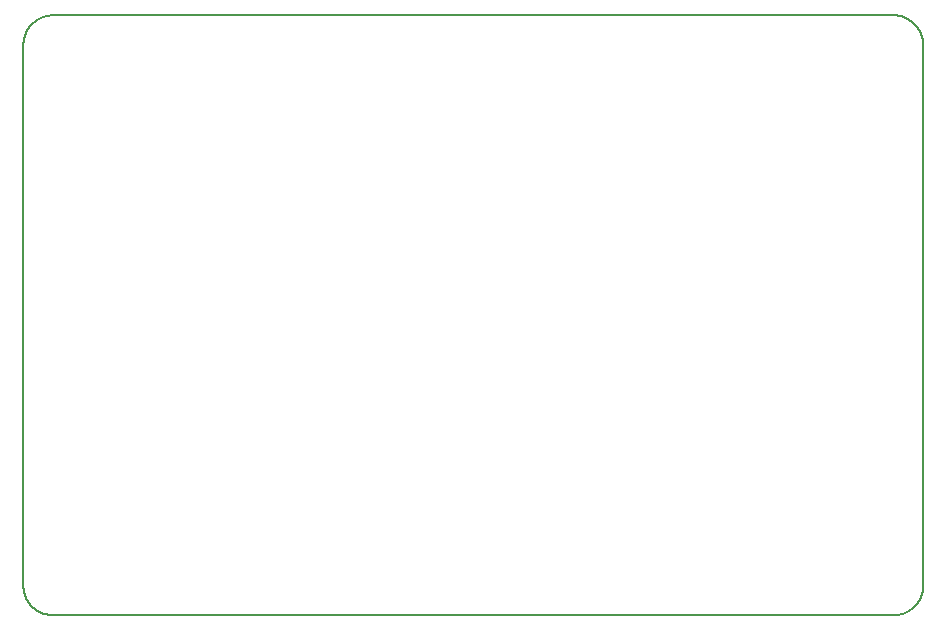
<source format=gko>
G75*
%MOIN*%
%OFA0B0*%
%FSLAX25Y25*%
%IPPOS*%
%LPD*%
%AMOC8*
5,1,8,0,0,1.08239X$1,22.5*
%
%ADD10C,0.00500*%
D10*
X0015000Y0005000D02*
X0295000Y0005000D01*
X0295242Y0005003D01*
X0295483Y0005012D01*
X0295724Y0005026D01*
X0295965Y0005047D01*
X0296205Y0005073D01*
X0296445Y0005105D01*
X0296684Y0005143D01*
X0296921Y0005186D01*
X0297158Y0005236D01*
X0297393Y0005291D01*
X0297627Y0005351D01*
X0297859Y0005418D01*
X0298090Y0005489D01*
X0298319Y0005567D01*
X0298546Y0005650D01*
X0298771Y0005738D01*
X0298994Y0005832D01*
X0299214Y0005931D01*
X0299432Y0006036D01*
X0299647Y0006145D01*
X0299860Y0006260D01*
X0300070Y0006380D01*
X0300276Y0006505D01*
X0300480Y0006635D01*
X0300681Y0006770D01*
X0300878Y0006910D01*
X0301072Y0007054D01*
X0301262Y0007203D01*
X0301448Y0007357D01*
X0301631Y0007515D01*
X0301810Y0007677D01*
X0301985Y0007844D01*
X0302156Y0008015D01*
X0302323Y0008190D01*
X0302485Y0008369D01*
X0302643Y0008552D01*
X0302797Y0008738D01*
X0302946Y0008928D01*
X0303090Y0009122D01*
X0303230Y0009319D01*
X0303365Y0009520D01*
X0303495Y0009724D01*
X0303620Y0009930D01*
X0303740Y0010140D01*
X0303855Y0010353D01*
X0303964Y0010568D01*
X0304069Y0010786D01*
X0304168Y0011006D01*
X0304262Y0011229D01*
X0304350Y0011454D01*
X0304433Y0011681D01*
X0304511Y0011910D01*
X0304582Y0012141D01*
X0304649Y0012373D01*
X0304709Y0012607D01*
X0304764Y0012842D01*
X0304814Y0013079D01*
X0304857Y0013316D01*
X0304895Y0013555D01*
X0304927Y0013795D01*
X0304953Y0014035D01*
X0304974Y0014276D01*
X0304988Y0014517D01*
X0304997Y0014758D01*
X0305000Y0015000D01*
X0305000Y0195000D01*
X0304997Y0195242D01*
X0304988Y0195483D01*
X0304974Y0195724D01*
X0304953Y0195965D01*
X0304927Y0196205D01*
X0304895Y0196445D01*
X0304857Y0196684D01*
X0304814Y0196921D01*
X0304764Y0197158D01*
X0304709Y0197393D01*
X0304649Y0197627D01*
X0304582Y0197859D01*
X0304511Y0198090D01*
X0304433Y0198319D01*
X0304350Y0198546D01*
X0304262Y0198771D01*
X0304168Y0198994D01*
X0304069Y0199214D01*
X0303964Y0199432D01*
X0303855Y0199647D01*
X0303740Y0199860D01*
X0303620Y0200070D01*
X0303495Y0200276D01*
X0303365Y0200480D01*
X0303230Y0200681D01*
X0303090Y0200878D01*
X0302946Y0201072D01*
X0302797Y0201262D01*
X0302643Y0201448D01*
X0302485Y0201631D01*
X0302323Y0201810D01*
X0302156Y0201985D01*
X0301985Y0202156D01*
X0301810Y0202323D01*
X0301631Y0202485D01*
X0301448Y0202643D01*
X0301262Y0202797D01*
X0301072Y0202946D01*
X0300878Y0203090D01*
X0300681Y0203230D01*
X0300480Y0203365D01*
X0300276Y0203495D01*
X0300070Y0203620D01*
X0299860Y0203740D01*
X0299647Y0203855D01*
X0299432Y0203964D01*
X0299214Y0204069D01*
X0298994Y0204168D01*
X0298771Y0204262D01*
X0298546Y0204350D01*
X0298319Y0204433D01*
X0298090Y0204511D01*
X0297859Y0204582D01*
X0297627Y0204649D01*
X0297393Y0204709D01*
X0297158Y0204764D01*
X0296921Y0204814D01*
X0296684Y0204857D01*
X0296445Y0204895D01*
X0296205Y0204927D01*
X0295965Y0204953D01*
X0295724Y0204974D01*
X0295483Y0204988D01*
X0295242Y0204997D01*
X0295000Y0205000D01*
X0015000Y0205000D01*
X0014758Y0204997D01*
X0014517Y0204988D01*
X0014276Y0204974D01*
X0014035Y0204953D01*
X0013795Y0204927D01*
X0013555Y0204895D01*
X0013316Y0204857D01*
X0013079Y0204814D01*
X0012842Y0204764D01*
X0012607Y0204709D01*
X0012373Y0204649D01*
X0012141Y0204582D01*
X0011910Y0204511D01*
X0011681Y0204433D01*
X0011454Y0204350D01*
X0011229Y0204262D01*
X0011006Y0204168D01*
X0010786Y0204069D01*
X0010568Y0203964D01*
X0010353Y0203855D01*
X0010140Y0203740D01*
X0009930Y0203620D01*
X0009724Y0203495D01*
X0009520Y0203365D01*
X0009319Y0203230D01*
X0009122Y0203090D01*
X0008928Y0202946D01*
X0008738Y0202797D01*
X0008552Y0202643D01*
X0008369Y0202485D01*
X0008190Y0202323D01*
X0008015Y0202156D01*
X0007844Y0201985D01*
X0007677Y0201810D01*
X0007515Y0201631D01*
X0007357Y0201448D01*
X0007203Y0201262D01*
X0007054Y0201072D01*
X0006910Y0200878D01*
X0006770Y0200681D01*
X0006635Y0200480D01*
X0006505Y0200276D01*
X0006380Y0200070D01*
X0006260Y0199860D01*
X0006145Y0199647D01*
X0006036Y0199432D01*
X0005931Y0199214D01*
X0005832Y0198994D01*
X0005738Y0198771D01*
X0005650Y0198546D01*
X0005567Y0198319D01*
X0005489Y0198090D01*
X0005418Y0197859D01*
X0005351Y0197627D01*
X0005291Y0197393D01*
X0005236Y0197158D01*
X0005186Y0196921D01*
X0005143Y0196684D01*
X0005105Y0196445D01*
X0005073Y0196205D01*
X0005047Y0195965D01*
X0005026Y0195724D01*
X0005012Y0195483D01*
X0005003Y0195242D01*
X0005000Y0195000D01*
X0005000Y0015000D01*
X0005003Y0014758D01*
X0005012Y0014517D01*
X0005026Y0014276D01*
X0005047Y0014035D01*
X0005073Y0013795D01*
X0005105Y0013555D01*
X0005143Y0013316D01*
X0005186Y0013079D01*
X0005236Y0012842D01*
X0005291Y0012607D01*
X0005351Y0012373D01*
X0005418Y0012141D01*
X0005489Y0011910D01*
X0005567Y0011681D01*
X0005650Y0011454D01*
X0005738Y0011229D01*
X0005832Y0011006D01*
X0005931Y0010786D01*
X0006036Y0010568D01*
X0006145Y0010353D01*
X0006260Y0010140D01*
X0006380Y0009930D01*
X0006505Y0009724D01*
X0006635Y0009520D01*
X0006770Y0009319D01*
X0006910Y0009122D01*
X0007054Y0008928D01*
X0007203Y0008738D01*
X0007357Y0008552D01*
X0007515Y0008369D01*
X0007677Y0008190D01*
X0007844Y0008015D01*
X0008015Y0007844D01*
X0008190Y0007677D01*
X0008369Y0007515D01*
X0008552Y0007357D01*
X0008738Y0007203D01*
X0008928Y0007054D01*
X0009122Y0006910D01*
X0009319Y0006770D01*
X0009520Y0006635D01*
X0009724Y0006505D01*
X0009930Y0006380D01*
X0010140Y0006260D01*
X0010353Y0006145D01*
X0010568Y0006036D01*
X0010786Y0005931D01*
X0011006Y0005832D01*
X0011229Y0005738D01*
X0011454Y0005650D01*
X0011681Y0005567D01*
X0011910Y0005489D01*
X0012141Y0005418D01*
X0012373Y0005351D01*
X0012607Y0005291D01*
X0012842Y0005236D01*
X0013079Y0005186D01*
X0013316Y0005143D01*
X0013555Y0005105D01*
X0013795Y0005073D01*
X0014035Y0005047D01*
X0014276Y0005026D01*
X0014517Y0005012D01*
X0014758Y0005003D01*
X0015000Y0005000D01*
M02*

</source>
